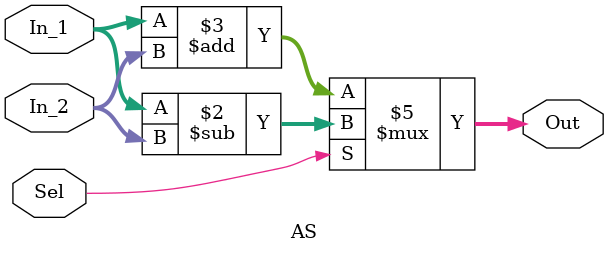
<source format=v>
module AS (Out, In_1, In_2, Sel);

    parameter N = 30;

    input signed [N-1:0]In_1, In_2;
    input Sel;
    output reg signed [N:0]Out;

    // 0:In_1+In_2 ; 1:In_1-In_2
    always@(*)
    begin
        if(Sel)
            Out = In_1 - In_2;
        else
            Out = In_1 + In_2;
    end
    
endmodule
</source>
